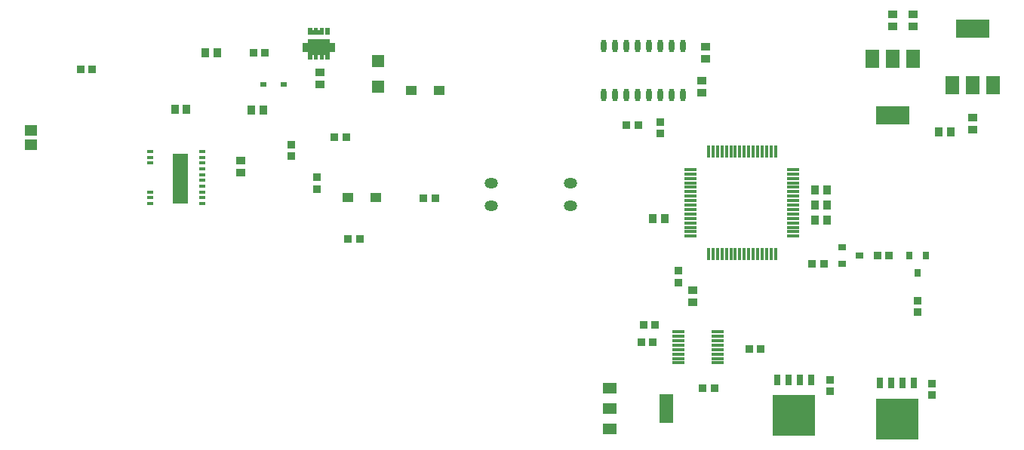
<source format=gbr>
%TF.GenerationSoftware,Altium Limited,Altium Designer,19.1.8 (144)*%
G04 Layer_Color=128*
%FSLAX26Y26*%
%MOIN*%
%TF.FileFunction,Paste,Bot*%
%TF.Part,Single*%
G01*
G75*
%TA.AperFunction,SMDPad,CuDef*%
%ADD11R,0.037402X0.033465*%
%ADD12R,0.033465X0.037402*%
%ADD15R,0.035433X0.039370*%
%ADD30R,0.070079X0.223622*%
%ADD31R,0.031496X0.017716*%
%ADD32R,0.039370X0.035433*%
%ADD33R,0.047244X0.043307*%
%ADD34R,0.185039X0.181102*%
%ADD35R,0.027559X0.045276*%
%ADD36R,0.029528X0.019685*%
%ADD37R,0.057087X0.053150*%
%ADD38R,0.007874X0.007874*%
%ADD39R,0.055118X0.051181*%
%ADD40R,0.059055X0.047244*%
%ADD41R,0.059055X0.129921*%
%ADD42O,0.059055X0.047244*%
%ADD43O,0.023622X0.057087*%
%ADD44R,0.035433X0.031496*%
%ADD45R,0.031496X0.035433*%
%ADD46R,0.059055X0.078740*%
%ADD47R,0.149606X0.078740*%
%ADD48R,0.053150X0.011811*%
%ADD49R,0.011811X0.053150*%
G36*
X1422254Y4323108D02*
X1353751D01*
Y4354604D01*
X1371073D01*
Y4342793D01*
X1379341D01*
Y4354604D01*
X1396664D01*
Y4342793D01*
X1404932D01*
Y4354604D01*
X1422254D01*
Y4323108D01*
D02*
G37*
G36*
X1447845D02*
X1430522D01*
Y4354604D01*
X1447845D01*
Y4323108D01*
D02*
G37*
G36*
Y4288069D02*
X1471664D01*
Y4248305D01*
X1447845D01*
Y4212872D01*
X1430522D01*
Y4232557D01*
X1422254D01*
Y4212872D01*
X1404932D01*
Y4232557D01*
X1396664D01*
Y4212872D01*
X1379341D01*
Y4232557D01*
X1371073D01*
Y4212872D01*
X1353751D01*
Y4248305D01*
X1329932D01*
Y4288069D01*
X1353751D01*
Y4303817D01*
X1447845D01*
Y4288069D01*
D02*
G37*
D11*
X3660000Y2746299D02*
D03*
Y2797480D02*
D03*
X1392812Y3692798D02*
D03*
Y3641617D02*
D03*
X1277846Y3787390D02*
D03*
Y3838571D02*
D03*
X4110000Y2730000D02*
D03*
Y2781181D02*
D03*
X4045118Y3096023D02*
D03*
Y3147205D02*
D03*
X2988464Y3279378D02*
D03*
Y3228197D02*
D03*
X2910037Y3936532D02*
D03*
Y3885351D02*
D03*
D12*
X3096772Y2761102D02*
D03*
X3147953D02*
D03*
X3302382Y2934818D02*
D03*
X3353564D02*
D03*
X3919843Y3347559D02*
D03*
X3868661D02*
D03*
X1470335Y3870199D02*
D03*
X1521516D02*
D03*
X347649Y4169827D02*
D03*
X398830D02*
D03*
X2824564Y2965000D02*
D03*
X2875745D02*
D03*
X2834409Y3040000D02*
D03*
X2885590D02*
D03*
X2760000Y3924843D02*
D03*
X2811181D02*
D03*
X3631145Y3310157D02*
D03*
X3579964D02*
D03*
X1529801Y3421155D02*
D03*
X1580982D02*
D03*
X1163280Y4243025D02*
D03*
X1112099D02*
D03*
X1914992Y3599218D02*
D03*
X1863810D02*
D03*
D15*
X2876729Y3511102D02*
D03*
X2929879D02*
D03*
X4138425Y3892165D02*
D03*
X4191575D02*
D03*
X1155409Y3990640D02*
D03*
X1102259D02*
D03*
X3593307Y3637599D02*
D03*
X3646457D02*
D03*
X3593307Y3570709D02*
D03*
X3646457D02*
D03*
X3593307Y3502599D02*
D03*
X3646457D02*
D03*
X817251Y3992608D02*
D03*
X764102D02*
D03*
X899170Y4245225D02*
D03*
X952320D02*
D03*
D30*
X788708Y3688482D02*
D03*
D31*
X654850Y3577262D02*
D03*
Y3602852D02*
D03*
Y3628443D02*
D03*
Y3756395D02*
D03*
Y3781986D02*
D03*
Y3807577D02*
D03*
X887133Y3577262D02*
D03*
Y3602852D02*
D03*
Y3628443D02*
D03*
Y3654033D02*
D03*
Y3679624D02*
D03*
Y3705214D02*
D03*
Y3730805D02*
D03*
Y3756395D02*
D03*
Y3781986D02*
D03*
Y3807577D02*
D03*
D32*
X3050945Y3192805D02*
D03*
Y3139655D02*
D03*
X3092030Y4118740D02*
D03*
Y4065591D02*
D03*
X3110731Y4217165D02*
D03*
Y4270315D02*
D03*
X4290000Y3903425D02*
D03*
Y3956575D02*
D03*
X4024410Y4413740D02*
D03*
Y4360591D02*
D03*
X3935000Y4413740D02*
D03*
Y4360591D02*
D03*
X1054525Y3767800D02*
D03*
Y3714650D02*
D03*
X1404932Y4104866D02*
D03*
Y4158016D02*
D03*
D33*
X1527833Y3604883D02*
D03*
X1651848D02*
D03*
X1808692Y4078292D02*
D03*
X1932708D02*
D03*
D34*
X3500000Y2640000D02*
D03*
X3955000Y2625000D02*
D03*
D35*
X3575000Y2797480D02*
D03*
X3525000D02*
D03*
X3475000D02*
D03*
X3425000D02*
D03*
X4030000Y2782480D02*
D03*
X3980000D02*
D03*
X3930000D02*
D03*
X3880000D02*
D03*
D36*
X1245960Y4104867D02*
D03*
X1155409D02*
D03*
D37*
X1663179Y4208213D02*
D03*
Y4092071D02*
D03*
D38*
X1402845Y4238817D02*
D03*
X1387845Y4333817D02*
D03*
D39*
X127739Y3838353D02*
D03*
Y3901345D02*
D03*
D40*
X2685000Y2580000D02*
D03*
Y2670551D02*
D03*
Y2761102D02*
D03*
D41*
X2936968Y2670551D02*
D03*
D42*
X2162645Y3567207D02*
D03*
Y3667207D02*
D03*
X2513039Y3567207D02*
D03*
Y3667207D02*
D03*
D43*
X3010000Y4057716D02*
D03*
X2960000D02*
D03*
X2910000D02*
D03*
X2860000D02*
D03*
X2810000D02*
D03*
X2760000D02*
D03*
X2710000D02*
D03*
X2660000D02*
D03*
X3010000Y4272283D02*
D03*
X2960000D02*
D03*
X2910000D02*
D03*
X2860000D02*
D03*
X2810000D02*
D03*
X2760000D02*
D03*
X2710000D02*
D03*
X2660000D02*
D03*
D44*
X3790315Y3347559D02*
D03*
X3711575Y3384961D02*
D03*
Y3310157D02*
D03*
D45*
X4045117Y3268819D02*
D03*
X4082518Y3347559D02*
D03*
X4007715D02*
D03*
D46*
X3844449Y4216181D02*
D03*
X3935000D02*
D03*
X4025551D02*
D03*
X4380551Y4101535D02*
D03*
X4290000D02*
D03*
X4199449D02*
D03*
D47*
X3935000Y3968150D02*
D03*
X4290000Y4349567D02*
D03*
D48*
X2988464Y2872283D02*
D03*
Y2891968D02*
D03*
Y2911653D02*
D03*
Y2931338D02*
D03*
Y2951024D02*
D03*
Y2970709D02*
D03*
Y2990394D02*
D03*
Y3010079D02*
D03*
X3163661Y2872283D02*
D03*
Y2891968D02*
D03*
Y2911653D02*
D03*
Y2931338D02*
D03*
Y2951024D02*
D03*
Y2970709D02*
D03*
Y2990394D02*
D03*
Y3010079D02*
D03*
X3043622Y3727638D02*
D03*
Y3707953D02*
D03*
Y3688268D02*
D03*
Y3668583D02*
D03*
Y3648898D02*
D03*
Y3629213D02*
D03*
Y3609528D02*
D03*
Y3589843D02*
D03*
Y3570157D02*
D03*
Y3550472D02*
D03*
Y3530787D02*
D03*
Y3511102D02*
D03*
Y3491417D02*
D03*
Y3471732D02*
D03*
Y3452047D02*
D03*
Y3432362D02*
D03*
X3496378D02*
D03*
Y3452047D02*
D03*
Y3471732D02*
D03*
Y3491417D02*
D03*
Y3511102D02*
D03*
Y3530787D02*
D03*
Y3550472D02*
D03*
Y3570157D02*
D03*
Y3589843D02*
D03*
Y3609528D02*
D03*
Y3629213D02*
D03*
Y3648898D02*
D03*
Y3668583D02*
D03*
Y3688268D02*
D03*
Y3707953D02*
D03*
Y3727638D02*
D03*
D49*
X3417638Y3806378D02*
D03*
X3397953D02*
D03*
X3378268D02*
D03*
X3358583D02*
D03*
X3338898D02*
D03*
X3319213D02*
D03*
X3299528D02*
D03*
X3279843D02*
D03*
X3260157D02*
D03*
X3240472D02*
D03*
X3220787D02*
D03*
X3201102D02*
D03*
X3181417D02*
D03*
X3161732D02*
D03*
X3142047D02*
D03*
X3122362D02*
D03*
Y3353622D02*
D03*
X3142047D02*
D03*
X3161732D02*
D03*
X3181417D02*
D03*
X3201102D02*
D03*
X3220787D02*
D03*
X3240472D02*
D03*
X3260157D02*
D03*
X3279843D02*
D03*
X3299528D02*
D03*
X3319213D02*
D03*
X3338898D02*
D03*
X3358583D02*
D03*
X3378268D02*
D03*
X3397953D02*
D03*
X3417638D02*
D03*
%TF.MD5,edea97f873668df907b20578895ada47*%
M02*

</source>
